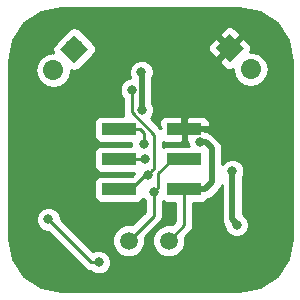
<source format=gbr>
G04 #@! TF.GenerationSoftware,KiCad,Pcbnew,(2017-06-21 revision 375ec9f)-master*
G04 #@! TF.CreationDate,2017-08-16T22:12:41-04:00*
G04 #@! TF.ProjectId,light_reactive_nodes,6C696768745F72656163746976655F6E,rev?*
G04 #@! TF.SameCoordinates,Original
G04 #@! TF.FileFunction,Copper,L2,Bot,Signal*
G04 #@! TF.FilePolarity,Positive*
%FSLAX46Y46*%
G04 Gerber Fmt 4.6, Leading zero omitted, Abs format (unit mm)*
G04 Created by KiCad (PCBNEW (2017-06-21 revision 375ec9f)-master) date Wed Aug 16 22:12:41 2017*
%MOMM*%
%LPD*%
G01*
G04 APERTURE LIST*
%ADD10C,0.100000*%
%ADD11R,3.000000X1.000000*%
%ADD12C,1.700000*%
%ADD13C,1.700000*%
%ADD14C,1.500000*%
%ADD15C,0.800000*%
%ADD16C,0.500000*%
%ADD17C,0.250000*%
%ADD18C,0.254000*%
G04 APERTURE END LIST*
D10*
D11*
X114645000Y-125260000D03*
X109105000Y-125260000D03*
X114645000Y-127800000D03*
X109105000Y-127800000D03*
X114645000Y-130340000D03*
X109105000Y-130340000D03*
D12*
X105325000Y-118475000D03*
D10*
G36*
X104122918Y-118475000D02*
X105325000Y-117272918D01*
X106527082Y-118475000D01*
X105325000Y-119677082D01*
X104122918Y-118475000D01*
X104122918Y-118475000D01*
G37*
D12*
X103528949Y-120271051D03*
D13*
X103528949Y-120271051D02*
X103528949Y-120271051D01*
D14*
X109925000Y-134700000D03*
X113325000Y-134700000D03*
D12*
X118475000Y-118400000D03*
D10*
G36*
X118475000Y-119602082D02*
X117272918Y-118400000D01*
X118475000Y-117197918D01*
X119677082Y-118400000D01*
X118475000Y-119602082D01*
X118475000Y-119602082D01*
G37*
D12*
X120271051Y-120196051D03*
D13*
X120271051Y-120196051D02*
X120271051Y-120196051D01*
D15*
X121424990Y-129125000D03*
X113375000Y-122825000D03*
X117400000Y-135675000D03*
X118325000Y-120675000D03*
X111000000Y-120425000D03*
X116000000Y-126360002D03*
X111050000Y-123625000D03*
X111200000Y-126500000D03*
X112050000Y-130550000D03*
X111325000Y-127800002D03*
X111524998Y-129150000D03*
X110200000Y-121925000D03*
X118700000Y-128825000D03*
X119075000Y-133375000D03*
X107400000Y-136525000D03*
X103125000Y-132900000D03*
D16*
X117400000Y-135675000D02*
X118775000Y-135675000D01*
X121424990Y-133025010D02*
X121424990Y-129690685D01*
X118775000Y-135675000D02*
X121424990Y-133025010D01*
X121424990Y-129690685D02*
X121424990Y-129125000D01*
X121024991Y-128725001D02*
X121424990Y-129125000D01*
X117559990Y-125260000D02*
X121024991Y-128725001D01*
X114645000Y-125260000D02*
X117559990Y-125260000D01*
X114645000Y-124095000D02*
X114645000Y-124260000D01*
X113375000Y-122825000D02*
X114645000Y-124095000D01*
X114645000Y-125260000D02*
X114645000Y-124260000D01*
X114645000Y-124260000D02*
X118230000Y-120675000D01*
X118230000Y-120675000D02*
X118325000Y-120675000D01*
X111050000Y-123625000D02*
X111050000Y-120475000D01*
X111050000Y-120475000D02*
X111000000Y-120425000D01*
X116000000Y-126360002D02*
X116460002Y-126360002D01*
X116460002Y-126360002D02*
X116975000Y-126875000D01*
X116975000Y-126875000D02*
X116975000Y-129775000D01*
X116975000Y-129775000D02*
X116410000Y-130340000D01*
X116410000Y-130340000D02*
X114645000Y-130340000D01*
D17*
X114645000Y-130340000D02*
X114645000Y-133380000D01*
X114645000Y-133380000D02*
X113325000Y-134700000D01*
X111200000Y-126500000D02*
X111200000Y-125605000D01*
X111200000Y-125605000D02*
X110855000Y-125260000D01*
X110855000Y-125260000D02*
X109105000Y-125260000D01*
X109925000Y-134700000D02*
X112050000Y-132575000D01*
X112050000Y-132575000D02*
X112050000Y-130550000D01*
X112050000Y-130550000D02*
X112449999Y-130150001D01*
X112449999Y-130150001D02*
X112449999Y-128995001D01*
X112449999Y-128995001D02*
X113645000Y-127800000D01*
X113645000Y-127800000D02*
X114645000Y-127800000D01*
X111324998Y-127800000D02*
X111325000Y-127800002D01*
X109105000Y-127800000D02*
X111324998Y-127800000D01*
X110200000Y-121925000D02*
X110200000Y-123848002D01*
X110200000Y-123848002D02*
X112075001Y-125723003D01*
X112075001Y-125723003D02*
X112075001Y-128599997D01*
X112075001Y-128599997D02*
X111924997Y-128750001D01*
X111924997Y-128750001D02*
X111524998Y-129150000D01*
X110105000Y-130340000D02*
X111295000Y-129150000D01*
X109105000Y-130340000D02*
X110105000Y-130340000D01*
X111295000Y-129150000D02*
X111524998Y-129150000D01*
D16*
X119150000Y-133350000D02*
X118700000Y-132900000D01*
X118700000Y-132900000D02*
X118700000Y-128825000D01*
D17*
X103125000Y-132900000D02*
X106750000Y-136525000D01*
X106750000Y-136525000D02*
X107400000Y-136525000D01*
D18*
G36*
X121047005Y-115355498D02*
X122460221Y-116299779D01*
X123404502Y-117712997D01*
X123750000Y-119449931D01*
X123750000Y-134550069D01*
X123404502Y-136287003D01*
X122460221Y-137700221D01*
X121047005Y-138644502D01*
X119310069Y-138990000D01*
X104209931Y-138990000D01*
X102472997Y-138644502D01*
X101059779Y-137700221D01*
X100115498Y-136287005D01*
X99770000Y-134550069D01*
X99770000Y-133104971D01*
X102089821Y-133104971D01*
X102247058Y-133485515D01*
X102537954Y-133776919D01*
X102918223Y-133934820D01*
X103085164Y-133934966D01*
X106212599Y-137062401D01*
X106459161Y-137227148D01*
X106682919Y-137271657D01*
X106812954Y-137401919D01*
X107193223Y-137559820D01*
X107604971Y-137560179D01*
X107985515Y-137402942D01*
X108276919Y-137112046D01*
X108434820Y-136731777D01*
X108435179Y-136320029D01*
X108277942Y-135939485D01*
X107987046Y-135648081D01*
X107606777Y-135490180D01*
X107195029Y-135489821D01*
X106908156Y-135608354D01*
X104160035Y-132860233D01*
X104160179Y-132695029D01*
X104002942Y-132314485D01*
X103712046Y-132023081D01*
X103331777Y-131865180D01*
X102920029Y-131864821D01*
X102539485Y-132022058D01*
X102248081Y-132312954D01*
X102090180Y-132693223D01*
X102089821Y-133104971D01*
X99770000Y-133104971D01*
X99770000Y-124760000D01*
X106957560Y-124760000D01*
X106957560Y-125760000D01*
X107006843Y-126007765D01*
X107147191Y-126217809D01*
X107357235Y-126358157D01*
X107605000Y-126407440D01*
X110165080Y-126407440D01*
X110164867Y-126652560D01*
X107605000Y-126652560D01*
X107357235Y-126701843D01*
X107147191Y-126842191D01*
X107006843Y-127052235D01*
X106957560Y-127300000D01*
X106957560Y-128300000D01*
X107006843Y-128547765D01*
X107147191Y-128757809D01*
X107357235Y-128898157D01*
X107605000Y-128947440D01*
X110422758Y-128947440D01*
X110177638Y-129192560D01*
X107605000Y-129192560D01*
X107357235Y-129241843D01*
X107147191Y-129382191D01*
X107006843Y-129592235D01*
X106957560Y-129840000D01*
X106957560Y-130840000D01*
X107006843Y-131087765D01*
X107147191Y-131297809D01*
X107357235Y-131438157D01*
X107605000Y-131487440D01*
X110605000Y-131487440D01*
X110852765Y-131438157D01*
X111062809Y-131297809D01*
X111171750Y-131134769D01*
X111172058Y-131135515D01*
X111290000Y-131253663D01*
X111290000Y-132260198D01*
X110225200Y-133324998D01*
X110201702Y-133315241D01*
X109650715Y-133314760D01*
X109141485Y-133525169D01*
X108751539Y-133914436D01*
X108540241Y-134423298D01*
X108539760Y-134974285D01*
X108750169Y-135483515D01*
X109139436Y-135873461D01*
X109648298Y-136084759D01*
X110199285Y-136085240D01*
X110708515Y-135874831D01*
X111098461Y-135485564D01*
X111309759Y-134976702D01*
X111310240Y-134425715D01*
X111299670Y-134400132D01*
X112587401Y-133112401D01*
X112752148Y-132865839D01*
X112810000Y-132575000D01*
X112810000Y-131379868D01*
X112897235Y-131438157D01*
X113145000Y-131487440D01*
X113885000Y-131487440D01*
X113885000Y-133065198D01*
X113625200Y-133324998D01*
X113601702Y-133315241D01*
X113050715Y-133314760D01*
X112541485Y-133525169D01*
X112151539Y-133914436D01*
X111940241Y-134423298D01*
X111939760Y-134974285D01*
X112150169Y-135483515D01*
X112539436Y-135873461D01*
X113048298Y-136084759D01*
X113599285Y-136085240D01*
X114108515Y-135874831D01*
X114498461Y-135485564D01*
X114709759Y-134976702D01*
X114710240Y-134425715D01*
X114699670Y-134400132D01*
X115182401Y-133917401D01*
X115347148Y-133670839D01*
X115405000Y-133380000D01*
X115405000Y-131487440D01*
X116145000Y-131487440D01*
X116392765Y-131438157D01*
X116602809Y-131297809D01*
X116688471Y-131169608D01*
X116692484Y-131168810D01*
X116748675Y-131157633D01*
X117035790Y-130965790D01*
X117600787Y-130400792D01*
X117600790Y-130400790D01*
X117792633Y-130113675D01*
X117805466Y-130049161D01*
X117815000Y-130001230D01*
X117815000Y-132899995D01*
X117814999Y-132900000D01*
X117857249Y-133112401D01*
X117882367Y-133238675D01*
X117946729Y-133335000D01*
X118039913Y-133474460D01*
X118039821Y-133579971D01*
X118197058Y-133960515D01*
X118487954Y-134251919D01*
X118868223Y-134409820D01*
X119279971Y-134410179D01*
X119660515Y-134252942D01*
X119951919Y-133962046D01*
X120109820Y-133581777D01*
X120110179Y-133170029D01*
X119952942Y-132789485D01*
X119662046Y-132498081D01*
X119585000Y-132466089D01*
X119585000Y-129392585D01*
X119734820Y-129031777D01*
X119735179Y-128620029D01*
X119577942Y-128239485D01*
X119287046Y-127948081D01*
X118906777Y-127790180D01*
X118495029Y-127789821D01*
X118114485Y-127947058D01*
X117860000Y-128201099D01*
X117860000Y-126875005D01*
X117860001Y-126875000D01*
X117792633Y-126536325D01*
X117600790Y-126249210D01*
X117600787Y-126249208D01*
X117085792Y-125734212D01*
X117069016Y-125723003D01*
X116798677Y-125542369D01*
X116771142Y-125536892D01*
X116621250Y-125387000D01*
X116355652Y-125387000D01*
X116206777Y-125325182D01*
X115795029Y-125324823D01*
X115644549Y-125387000D01*
X114772000Y-125387000D01*
X114772000Y-126236250D01*
X114930750Y-126395000D01*
X114964969Y-126395000D01*
X114964821Y-126564973D01*
X115001011Y-126652560D01*
X113145000Y-126652560D01*
X112897235Y-126701843D01*
X112835001Y-126743427D01*
X112835001Y-126318913D01*
X113018691Y-126395000D01*
X114359250Y-126395000D01*
X114518000Y-126236250D01*
X114518000Y-125387000D01*
X114498000Y-125387000D01*
X114498000Y-125133000D01*
X114518000Y-125133000D01*
X114518000Y-124283750D01*
X114772000Y-124283750D01*
X114772000Y-125133000D01*
X116621250Y-125133000D01*
X116780000Y-124974250D01*
X116780000Y-124633690D01*
X116683327Y-124400301D01*
X116504698Y-124221673D01*
X116271309Y-124125000D01*
X114930750Y-124125000D01*
X114772000Y-124283750D01*
X114518000Y-124283750D01*
X114359250Y-124125000D01*
X113018691Y-124125000D01*
X112785302Y-124221673D01*
X112606673Y-124400301D01*
X112510000Y-124633690D01*
X112510000Y-124974250D01*
X112668748Y-125132998D01*
X112559798Y-125132998D01*
X111782757Y-124355957D01*
X111926919Y-124212046D01*
X112084820Y-123831777D01*
X112085179Y-123420029D01*
X111935000Y-123056567D01*
X111935000Y-120872171D01*
X112034820Y-120631777D01*
X112035179Y-120220029D01*
X111877942Y-119839485D01*
X111587046Y-119548081D01*
X111296902Y-119427603D01*
X117627002Y-119427603D01*
X117627002Y-119652109D01*
X118115302Y-120140409D01*
X118348691Y-120237082D01*
X118601310Y-120237081D01*
X118775784Y-120164811D01*
X118765478Y-120216623D01*
X118878518Y-120784908D01*
X119200425Y-121266677D01*
X119682194Y-121588584D01*
X120250479Y-121701624D01*
X120818764Y-121588584D01*
X121300533Y-121266677D01*
X121341676Y-121225533D01*
X121663584Y-120743764D01*
X121776623Y-120175479D01*
X121663584Y-119607195D01*
X121341676Y-119125426D01*
X120859907Y-118803518D01*
X120291623Y-118690479D01*
X120239811Y-118700785D01*
X120312081Y-118526310D01*
X120312082Y-118273691D01*
X120215409Y-118040302D01*
X119727109Y-117552002D01*
X119502603Y-117552002D01*
X118654605Y-118400000D01*
X118668748Y-118414143D01*
X118489143Y-118593748D01*
X118475000Y-118579605D01*
X117627002Y-119427603D01*
X111296902Y-119427603D01*
X111206777Y-119390180D01*
X110795029Y-119389821D01*
X110414485Y-119547058D01*
X110123081Y-119837954D01*
X109965180Y-120218223D01*
X109964821Y-120629971D01*
X110072216Y-120889888D01*
X109995029Y-120889821D01*
X109614485Y-121047058D01*
X109323081Y-121337954D01*
X109165180Y-121718223D01*
X109164821Y-122129971D01*
X109322058Y-122510515D01*
X109440000Y-122628663D01*
X109440000Y-123848002D01*
X109492624Y-124112560D01*
X107605000Y-124112560D01*
X107357235Y-124161843D01*
X107147191Y-124302191D01*
X107006843Y-124512235D01*
X106957560Y-124760000D01*
X99770000Y-124760000D01*
X99770000Y-120250479D01*
X102023376Y-120250479D01*
X102136416Y-120818764D01*
X102458323Y-121300533D01*
X102499467Y-121341676D01*
X102981236Y-121663584D01*
X103549521Y-121776623D01*
X104117805Y-121663584D01*
X104599574Y-121341676D01*
X104921482Y-120859907D01*
X105034521Y-120291623D01*
X105024215Y-120239812D01*
X105077235Y-120275239D01*
X105325000Y-120324522D01*
X105572765Y-120275239D01*
X105782809Y-120134891D01*
X106984891Y-118932809D01*
X107125239Y-118722765D01*
X107164316Y-118526309D01*
X116637918Y-118526309D01*
X116734591Y-118759698D01*
X117222891Y-119247998D01*
X117447397Y-119247998D01*
X118295395Y-118400000D01*
X117447397Y-117552002D01*
X117222891Y-117552002D01*
X116734592Y-118040301D01*
X116637919Y-118273690D01*
X116637918Y-118526309D01*
X107164316Y-118526309D01*
X107174522Y-118475000D01*
X107125239Y-118227235D01*
X106984891Y-118017191D01*
X106115591Y-117147891D01*
X117627002Y-117147891D01*
X117627002Y-117372397D01*
X118475000Y-118220395D01*
X119322998Y-117372397D01*
X119322998Y-117147891D01*
X118834698Y-116659591D01*
X118601309Y-116562918D01*
X118348690Y-116562919D01*
X118115301Y-116659592D01*
X117627002Y-117147891D01*
X106115591Y-117147891D01*
X105782809Y-116815109D01*
X105572765Y-116674761D01*
X105325000Y-116625478D01*
X105077235Y-116674761D01*
X104867191Y-116815109D01*
X103665109Y-118017191D01*
X103524761Y-118227235D01*
X103475478Y-118475000D01*
X103524761Y-118722765D01*
X103560187Y-118775784D01*
X103508377Y-118765478D01*
X102940092Y-118878518D01*
X102458323Y-119200425D01*
X102136416Y-119682194D01*
X102023376Y-120250479D01*
X99770000Y-120250479D01*
X99770000Y-119449931D01*
X100115498Y-117712995D01*
X101059779Y-116299779D01*
X102472997Y-115355498D01*
X104209931Y-115010000D01*
X119310069Y-115010000D01*
X121047005Y-115355498D01*
X121047005Y-115355498D01*
G37*
X121047005Y-115355498D02*
X122460221Y-116299779D01*
X123404502Y-117712997D01*
X123750000Y-119449931D01*
X123750000Y-134550069D01*
X123404502Y-136287003D01*
X122460221Y-137700221D01*
X121047005Y-138644502D01*
X119310069Y-138990000D01*
X104209931Y-138990000D01*
X102472997Y-138644502D01*
X101059779Y-137700221D01*
X100115498Y-136287005D01*
X99770000Y-134550069D01*
X99770000Y-133104971D01*
X102089821Y-133104971D01*
X102247058Y-133485515D01*
X102537954Y-133776919D01*
X102918223Y-133934820D01*
X103085164Y-133934966D01*
X106212599Y-137062401D01*
X106459161Y-137227148D01*
X106682919Y-137271657D01*
X106812954Y-137401919D01*
X107193223Y-137559820D01*
X107604971Y-137560179D01*
X107985515Y-137402942D01*
X108276919Y-137112046D01*
X108434820Y-136731777D01*
X108435179Y-136320029D01*
X108277942Y-135939485D01*
X107987046Y-135648081D01*
X107606777Y-135490180D01*
X107195029Y-135489821D01*
X106908156Y-135608354D01*
X104160035Y-132860233D01*
X104160179Y-132695029D01*
X104002942Y-132314485D01*
X103712046Y-132023081D01*
X103331777Y-131865180D01*
X102920029Y-131864821D01*
X102539485Y-132022058D01*
X102248081Y-132312954D01*
X102090180Y-132693223D01*
X102089821Y-133104971D01*
X99770000Y-133104971D01*
X99770000Y-124760000D01*
X106957560Y-124760000D01*
X106957560Y-125760000D01*
X107006843Y-126007765D01*
X107147191Y-126217809D01*
X107357235Y-126358157D01*
X107605000Y-126407440D01*
X110165080Y-126407440D01*
X110164867Y-126652560D01*
X107605000Y-126652560D01*
X107357235Y-126701843D01*
X107147191Y-126842191D01*
X107006843Y-127052235D01*
X106957560Y-127300000D01*
X106957560Y-128300000D01*
X107006843Y-128547765D01*
X107147191Y-128757809D01*
X107357235Y-128898157D01*
X107605000Y-128947440D01*
X110422758Y-128947440D01*
X110177638Y-129192560D01*
X107605000Y-129192560D01*
X107357235Y-129241843D01*
X107147191Y-129382191D01*
X107006843Y-129592235D01*
X106957560Y-129840000D01*
X106957560Y-130840000D01*
X107006843Y-131087765D01*
X107147191Y-131297809D01*
X107357235Y-131438157D01*
X107605000Y-131487440D01*
X110605000Y-131487440D01*
X110852765Y-131438157D01*
X111062809Y-131297809D01*
X111171750Y-131134769D01*
X111172058Y-131135515D01*
X111290000Y-131253663D01*
X111290000Y-132260198D01*
X110225200Y-133324998D01*
X110201702Y-133315241D01*
X109650715Y-133314760D01*
X109141485Y-133525169D01*
X108751539Y-133914436D01*
X108540241Y-134423298D01*
X108539760Y-134974285D01*
X108750169Y-135483515D01*
X109139436Y-135873461D01*
X109648298Y-136084759D01*
X110199285Y-136085240D01*
X110708515Y-135874831D01*
X111098461Y-135485564D01*
X111309759Y-134976702D01*
X111310240Y-134425715D01*
X111299670Y-134400132D01*
X112587401Y-133112401D01*
X112752148Y-132865839D01*
X112810000Y-132575000D01*
X112810000Y-131379868D01*
X112897235Y-131438157D01*
X113145000Y-131487440D01*
X113885000Y-131487440D01*
X113885000Y-133065198D01*
X113625200Y-133324998D01*
X113601702Y-133315241D01*
X113050715Y-133314760D01*
X112541485Y-133525169D01*
X112151539Y-133914436D01*
X111940241Y-134423298D01*
X111939760Y-134974285D01*
X112150169Y-135483515D01*
X112539436Y-135873461D01*
X113048298Y-136084759D01*
X113599285Y-136085240D01*
X114108515Y-135874831D01*
X114498461Y-135485564D01*
X114709759Y-134976702D01*
X114710240Y-134425715D01*
X114699670Y-134400132D01*
X115182401Y-133917401D01*
X115347148Y-133670839D01*
X115405000Y-133380000D01*
X115405000Y-131487440D01*
X116145000Y-131487440D01*
X116392765Y-131438157D01*
X116602809Y-131297809D01*
X116688471Y-131169608D01*
X116692484Y-131168810D01*
X116748675Y-131157633D01*
X117035790Y-130965790D01*
X117600787Y-130400792D01*
X117600790Y-130400790D01*
X117792633Y-130113675D01*
X117805466Y-130049161D01*
X117815000Y-130001230D01*
X117815000Y-132899995D01*
X117814999Y-132900000D01*
X117857249Y-133112401D01*
X117882367Y-133238675D01*
X117946729Y-133335000D01*
X118039913Y-133474460D01*
X118039821Y-133579971D01*
X118197058Y-133960515D01*
X118487954Y-134251919D01*
X118868223Y-134409820D01*
X119279971Y-134410179D01*
X119660515Y-134252942D01*
X119951919Y-133962046D01*
X120109820Y-133581777D01*
X120110179Y-133170029D01*
X119952942Y-132789485D01*
X119662046Y-132498081D01*
X119585000Y-132466089D01*
X119585000Y-129392585D01*
X119734820Y-129031777D01*
X119735179Y-128620029D01*
X119577942Y-128239485D01*
X119287046Y-127948081D01*
X118906777Y-127790180D01*
X118495029Y-127789821D01*
X118114485Y-127947058D01*
X117860000Y-128201099D01*
X117860000Y-126875005D01*
X117860001Y-126875000D01*
X117792633Y-126536325D01*
X117600790Y-126249210D01*
X117600787Y-126249208D01*
X117085792Y-125734212D01*
X117069016Y-125723003D01*
X116798677Y-125542369D01*
X116771142Y-125536892D01*
X116621250Y-125387000D01*
X116355652Y-125387000D01*
X116206777Y-125325182D01*
X115795029Y-125324823D01*
X115644549Y-125387000D01*
X114772000Y-125387000D01*
X114772000Y-126236250D01*
X114930750Y-126395000D01*
X114964969Y-126395000D01*
X114964821Y-126564973D01*
X115001011Y-126652560D01*
X113145000Y-126652560D01*
X112897235Y-126701843D01*
X112835001Y-126743427D01*
X112835001Y-126318913D01*
X113018691Y-126395000D01*
X114359250Y-126395000D01*
X114518000Y-126236250D01*
X114518000Y-125387000D01*
X114498000Y-125387000D01*
X114498000Y-125133000D01*
X114518000Y-125133000D01*
X114518000Y-124283750D01*
X114772000Y-124283750D01*
X114772000Y-125133000D01*
X116621250Y-125133000D01*
X116780000Y-124974250D01*
X116780000Y-124633690D01*
X116683327Y-124400301D01*
X116504698Y-124221673D01*
X116271309Y-124125000D01*
X114930750Y-124125000D01*
X114772000Y-124283750D01*
X114518000Y-124283750D01*
X114359250Y-124125000D01*
X113018691Y-124125000D01*
X112785302Y-124221673D01*
X112606673Y-124400301D01*
X112510000Y-124633690D01*
X112510000Y-124974250D01*
X112668748Y-125132998D01*
X112559798Y-125132998D01*
X111782757Y-124355957D01*
X111926919Y-124212046D01*
X112084820Y-123831777D01*
X112085179Y-123420029D01*
X111935000Y-123056567D01*
X111935000Y-120872171D01*
X112034820Y-120631777D01*
X112035179Y-120220029D01*
X111877942Y-119839485D01*
X111587046Y-119548081D01*
X111296902Y-119427603D01*
X117627002Y-119427603D01*
X117627002Y-119652109D01*
X118115302Y-120140409D01*
X118348691Y-120237082D01*
X118601310Y-120237081D01*
X118775784Y-120164811D01*
X118765478Y-120216623D01*
X118878518Y-120784908D01*
X119200425Y-121266677D01*
X119682194Y-121588584D01*
X120250479Y-121701624D01*
X120818764Y-121588584D01*
X121300533Y-121266677D01*
X121341676Y-121225533D01*
X121663584Y-120743764D01*
X121776623Y-120175479D01*
X121663584Y-119607195D01*
X121341676Y-119125426D01*
X120859907Y-118803518D01*
X120291623Y-118690479D01*
X120239811Y-118700785D01*
X120312081Y-118526310D01*
X120312082Y-118273691D01*
X120215409Y-118040302D01*
X119727109Y-117552002D01*
X119502603Y-117552002D01*
X118654605Y-118400000D01*
X118668748Y-118414143D01*
X118489143Y-118593748D01*
X118475000Y-118579605D01*
X117627002Y-119427603D01*
X111296902Y-119427603D01*
X111206777Y-119390180D01*
X110795029Y-119389821D01*
X110414485Y-119547058D01*
X110123081Y-119837954D01*
X109965180Y-120218223D01*
X109964821Y-120629971D01*
X110072216Y-120889888D01*
X109995029Y-120889821D01*
X109614485Y-121047058D01*
X109323081Y-121337954D01*
X109165180Y-121718223D01*
X109164821Y-122129971D01*
X109322058Y-122510515D01*
X109440000Y-122628663D01*
X109440000Y-123848002D01*
X109492624Y-124112560D01*
X107605000Y-124112560D01*
X107357235Y-124161843D01*
X107147191Y-124302191D01*
X107006843Y-124512235D01*
X106957560Y-124760000D01*
X99770000Y-124760000D01*
X99770000Y-120250479D01*
X102023376Y-120250479D01*
X102136416Y-120818764D01*
X102458323Y-121300533D01*
X102499467Y-121341676D01*
X102981236Y-121663584D01*
X103549521Y-121776623D01*
X104117805Y-121663584D01*
X104599574Y-121341676D01*
X104921482Y-120859907D01*
X105034521Y-120291623D01*
X105024215Y-120239812D01*
X105077235Y-120275239D01*
X105325000Y-120324522D01*
X105572765Y-120275239D01*
X105782809Y-120134891D01*
X106984891Y-118932809D01*
X107125239Y-118722765D01*
X107164316Y-118526309D01*
X116637918Y-118526309D01*
X116734591Y-118759698D01*
X117222891Y-119247998D01*
X117447397Y-119247998D01*
X118295395Y-118400000D01*
X117447397Y-117552002D01*
X117222891Y-117552002D01*
X116734592Y-118040301D01*
X116637919Y-118273690D01*
X116637918Y-118526309D01*
X107164316Y-118526309D01*
X107174522Y-118475000D01*
X107125239Y-118227235D01*
X106984891Y-118017191D01*
X106115591Y-117147891D01*
X117627002Y-117147891D01*
X117627002Y-117372397D01*
X118475000Y-118220395D01*
X119322998Y-117372397D01*
X119322998Y-117147891D01*
X118834698Y-116659591D01*
X118601309Y-116562918D01*
X118348690Y-116562919D01*
X118115301Y-116659592D01*
X117627002Y-117147891D01*
X106115591Y-117147891D01*
X105782809Y-116815109D01*
X105572765Y-116674761D01*
X105325000Y-116625478D01*
X105077235Y-116674761D01*
X104867191Y-116815109D01*
X103665109Y-118017191D01*
X103524761Y-118227235D01*
X103475478Y-118475000D01*
X103524761Y-118722765D01*
X103560187Y-118775784D01*
X103508377Y-118765478D01*
X102940092Y-118878518D01*
X102458323Y-119200425D01*
X102136416Y-119682194D01*
X102023376Y-120250479D01*
X99770000Y-120250479D01*
X99770000Y-119449931D01*
X100115498Y-117712995D01*
X101059779Y-116299779D01*
X102472997Y-115355498D01*
X104209931Y-115010000D01*
X119310069Y-115010000D01*
X121047005Y-115355498D01*
M02*

</source>
